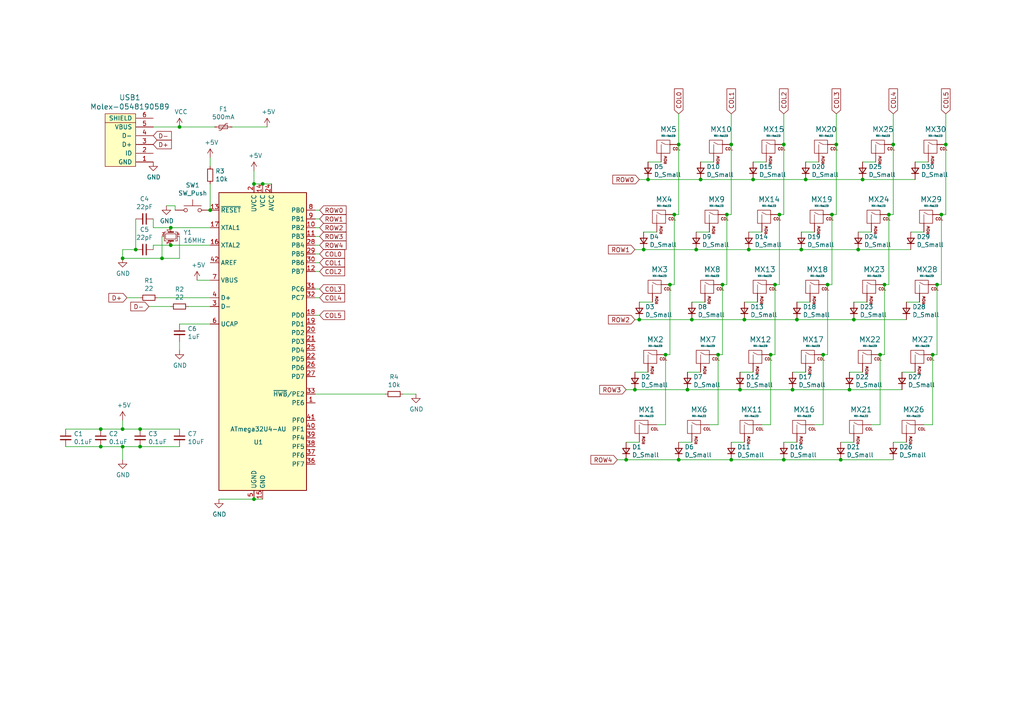
<source format=kicad_sch>
(kicad_sch (version 20211123) (generator eeschema)
  (paper "A4")
  (lib_symbols
    (symbol "Device:C_Small" (pin_numbers hide) (pin_names (offset 0.254) hide)
      (property "Reference" "C" (at 0.254 1.778 0))
      (property "Value" "C_Small" (at 0.254 -2.032 0))
      (symbol "C_Small_0_1"
        (polyline (pts (xy -1.524 -0.508) (xy 1.524 -0.508)) (stroke (width 0.3302)))
        (polyline (pts (xy -1.524 0.508) (xy 1.524 0.508)) (stroke (width 0.3048)))
      )
      (symbol "C_Small_1_1"
        (pin passive line (at 0 2.54 270) (length 2.032) (name "~") (number "1"))
        (pin passive line (at 0 -2.54 90) (length 2.032) (name "~") (number "2"))
      )
    )
    (symbol "Device:Crystal_GND24_Small" (pin_names (offset 1.016) hide)
      (property "Reference" "Y" (at 1.27 4.445 0))
      (property "Value" "Crystal_GND24_Small" (at 1.27 2.54 0))
      (symbol "Crystal_GND24_Small_0_1"
        (rectangle (start -0.762 -1.524) (end 0.762 1.524))
        (polyline (pts (xy -1.27 -0.762) (xy -1.27 0.762)) (stroke (width 0.381)))
        (polyline (pts (xy 1.27 -0.762) (xy 1.27 0.762)) (stroke (width 0.381)))
        (polyline (pts (xy -1.27 -1.27) (xy -1.27 -1.905) (xy 1.27 -1.905) (xy 1.27 -1.27)))
        (polyline (pts (xy -1.27 1.27) (xy -1.27 1.905) (xy 1.27 1.905) (xy 1.27 1.27)))
      )
      (symbol "Crystal_GND24_Small_1_1"
        (pin passive line (at -2.54 0 0) (length 1.27) (name "1") (number "1"))
        (pin passive line (at 0 -2.54 90) (length 0.635) (name "2") (number "2"))
        (pin passive line (at 2.54 0 180) (length 1.27) (name "3") (number "3"))
        (pin passive line (at 0 2.54 270) (length 0.635) (name "4") (number "4"))
      )
    )
    (symbol "Device:D_Small" (pin_numbers hide) (pin_names (offset 0.254) hide)
      (property "Reference" "D" (at -1.27 2.032 0))
      (property "Value" "D_Small" (at -3.81 -2.032 0))
      (symbol "D_Small_0_1"
        (polyline (pts (xy -0.762 -1.016) (xy -0.762 1.016)) (stroke (width 0.254)))
        (polyline (pts (xy -0.762 0) (xy 0.762 0)))
        (polyline (pts (xy 0.762 -1.016) (xy -0.762 0) (xy 0.762 1.016) (xy 0.762 -1.016)) (stroke (width 0.254)))
      )
      (symbol "D_Small_1_1"
        (pin passive line (at -2.54 0 0) (length 1.778) (name "K") (number "1"))
        (pin passive line (at 2.54 0 180) (length 1.778) (name "A") (number "2"))
      )
    )
    (symbol "Device:Polyfuse_Small" (pin_numbers hide) (pin_names (offset 0))
      (property "Reference" "F" (at -1.905 0 90))
      (property "Value" "Polyfuse_Small" (at 1.905 0 90))
      (symbol "Polyfuse_Small_0_1"
        (rectangle (start -0.508 1.27) (end 0.508 -1.27))
        (polyline (pts (xy 0 2.54) (xy 0 -2.54)))
        (polyline (pts (xy -1.016 1.27) (xy -1.016 0.762) (xy 1.016 -0.762) (xy 1.016 -1.27)))
      )
      (symbol "Polyfuse_Small_1_1"
        (pin passive line (at 0 2.54 270) (length 0.635) (name "~") (number "1"))
        (pin passive line (at 0 -2.54 90) (length 0.635) (name "~") (number "2"))
      )
    )
    (symbol "Device:R_Small" (pin_numbers hide) (pin_names (offset 0.254) hide)
      (property "Reference" "R" (at 0.762 0.508 0))
      (property "Value" "R_Small" (at 0.762 -1.016 0))
      (symbol "R_Small_0_1"
        (rectangle (start -0.762 1.778) (end 0.762 -1.778) (stroke (width 0.2032)))
      )
      (symbol "R_Small_1_1"
        (pin passive line (at 0 2.54 270) (length 0.762) (name "~") (number "1"))
        (pin passive line (at 0 -2.54 90) (length 0.762) (name "~") (number "2"))
      )
    )
    (symbol "MX_Alps_Hybrid:MX-NoLED" (pin_names (offset 1.016))
      (property "Reference" "MX" (at -0.635 3.81 0))
      (property "Value" "MX-NoLED" (at -0.635 1.27 0))
      (symbol "MX-NoLED_0_0"
        (rectangle (start -2.54 2.54) (end 1.27 -1.27))
        (polyline (pts (xy -1.27 -1.27) (xy -1.27 1.27)) (stroke (width 0.127)))
        (polyline (pts (xy 1.27 1.27) (xy 0 1.27) (xy -1.27 1.905)) (stroke (width 0.127)))
        (text "COL" (at 3.175 0 0) (effects (font (size 0.762 0.762))))
        (text "ROW" (at 0 -1.905 900) (effects (font (size 0.762 0.762)) (justify right)))
      )
      (symbol "MX-NoLED_1_1"
        (pin passive line (at 3.81 1.27 180) (length 2.54) (name "COL") (number "1"))
        (pin passive line (at -1.27 -3.81 90) (length 2.54) (name "ROW") (number "2"))
      )
    )
    (symbol "Switch:SW_Push" (pin_numbers hide) (pin_names (offset 1.016) hide)
      (property "Reference" "SW" (at 1.27 2.54 0))
      (property "Value" "SW_Push" (at 0 -1.524 0))
      (symbol "SW_Push_0_1"
        (circle (center -2.032 0) (radius 0.508))
        (polyline (pts (xy 0 1.27) (xy 0 3.048)))
        (polyline (pts (xy 2.54 1.27) (xy -2.54 1.27)))
        (circle (center 2.032 0) (radius 0.508))
        (pin passive line (at -5.08 0 0) (length 2.54) (name "1") (number "1"))
        (pin passive line (at 5.08 0 180) (length 2.54) (name "2") (number "2"))
      )
    )
    (symbol "pcb-rescue:ATmega32U4-AU-MCU_Microchip_ATmega"
      (property "Reference" "U" (at -12.7 44.45 0))
      (property "Value" "ATmega32U4-AU-MCU_Microchip_ATmega" (at 2.54 -44.45 0))
      (symbol "ATmega32U4-AU-MCU_Microchip_ATmega_0_1"
        (rectangle (start -12.7 -43.18) (end 12.7 43.18) (stroke (width 0.254)) (fill (type background)))
      )
      (symbol "ATmega32U4-AU-MCU_Microchip_ATmega_1_1"
        (pin tri_state line (at 15.24 -17.78 180) (length 2.54) (name "PE6") (number "1"))
        (pin tri_state line (at 15.24 33.02 180) (length 2.54) (name "PB2") (number "10"))
        (pin tri_state line (at 15.24 30.48 180) (length 2.54) (name "PB3") (number "11"))
        (pin tri_state line (at 15.24 20.32 180) (length 2.54) (name "PB7") (number "12"))
        (pin input line (at -15.24 38.1 0) (length 2.54) (name "~{RESET}") (number "13"))
        (pin power_in line (at 0 45.72 270) (length 2.54) (name "VCC") (number "14"))
        (pin power_in line (at 0 -45.72 90) (length 2.54) (name "GND") (number "15"))
        (pin output line (at -15.24 27.94 0) (length 2.54) (name "XTAL2") (number "16"))
        (pin input line (at -15.24 33.02 0) (length 2.54) (name "XTAL1") (number "17"))
        (pin tri_state line (at 15.24 7.62 180) (length 2.54) (name "PD0") (number "18"))
        (pin tri_state line (at 15.24 5.08 180) (length 2.54) (name "PD1") (number "19"))
        (pin power_in line (at -2.54 45.72 270) (length 2.54) (name "UVCC") (number "2"))
        (pin tri_state line (at 15.24 2.54 180) (length 2.54) (name "PD2") (number "20"))
        (pin tri_state line (at 15.24 0 180) (length 2.54) (name "PD3") (number "21"))
        (pin tri_state line (at 15.24 -5.08 180) (length 2.54) (name "PD5") (number "22"))
        (pin passive line (at 0 -45.72 90) (length 2.54) hide (name "GND") (number "23"))
        (pin power_in line (at 2.54 45.72 270) (length 2.54) (name "AVCC") (number "24"))
        (pin tri_state line (at 15.24 -2.54 180) (length 2.54) (name "PD4") (number "25"))
        (pin tri_state line (at 15.24 -7.62 180) (length 2.54) (name "PD6") (number "26"))
        (pin tri_state line (at 15.24 -10.16 180) (length 2.54) (name "PD7") (number "27"))
        (pin tri_state line (at 15.24 27.94 180) (length 2.54) (name "PB4") (number "28"))
        (pin tri_state line (at 15.24 25.4 180) (length 2.54) (name "PB5") (number "29"))
        (pin bidirectional line (at -15.24 10.16 0) (length 2.54) (name "D-") (number "3"))
        (pin tri_state line (at 15.24 22.86 180) (length 2.54) (name "PB6") (number "30"))
        (pin tri_state line (at 15.24 15.24 180) (length 2.54) (name "PC6") (number "31"))
        (pin tri_state line (at 15.24 12.7 180) (length 2.54) (name "PC7") (number "32"))
        (pin tri_state line (at 15.24 -15.24 180) (length 2.54) (name "~{HWB}/PE2") (number "33"))
        (pin passive line (at 0 45.72 270) (length 2.54) hide (name "VCC") (number "34"))
        (pin passive line (at 0 -45.72 90) (length 2.54) hide (name "GND") (number "35"))
        (pin tri_state line (at 15.24 -35.56 180) (length 2.54) (name "PF7") (number "36"))
        (pin tri_state line (at 15.24 -33.02 180) (length 2.54) (name "PF6") (number "37"))
        (pin tri_state line (at 15.24 -30.48 180) (length 2.54) (name "PF5") (number "38"))
        (pin tri_state line (at 15.24 -27.94 180) (length 2.54) (name "PF4") (number "39"))
        (pin bidirectional line (at -15.24 12.7 0) (length 2.54) (name "D+") (number "4"))
        (pin tri_state line (at 15.24 -25.4 180) (length 2.54) (name "PF1") (number "40"))
        (pin tri_state line (at 15.24 -22.86 180) (length 2.54) (name "PF0") (number "41"))
        (pin passive line (at -15.24 22.86 0) (length 2.54) (name "AREF") (number "42"))
        (pin passive line (at 0 -45.72 90) (length 2.54) hide (name "GND") (number "43"))
        (pin passive line (at 2.54 45.72 270) (length 2.54) hide (name "AVCC") (number "44"))
        (pin passive line (at -2.54 -45.72 90) (length 2.54) (name "UGND") (number "5"))
        (pin passive line (at -15.24 5.08 0) (length 2.54) (name "UCAP") (number "6"))
        (pin input line (at -15.24 17.78 0) (length 2.54) (name "VBUS") (number "7"))
        (pin tri_state line (at 15.24 38.1 180) (length 2.54) (name "PB0") (number "8"))
        (pin tri_state line (at 15.24 35.56 180) (length 2.54) (name "PB1") (number "9"))
      )
    )
    (symbol "power:+5V" (power) (pin_names (offset 0))
      (property "Value" "+5V" (at 0 3.556 0))
      (symbol "+5V_0_1"
        (polyline (pts (xy -0.762 1.27) (xy 0 2.54)))
        (polyline (pts (xy 0 0) (xy 0 2.54)))
        (polyline (pts (xy 0 2.54) (xy 0.762 1.27)))
      )
      (symbol "+5V_1_1"
        (pin power_in line (at 0 0 90) (length 0) hide (name "+5V") (number "1"))
      )
    )
    (symbol "power:GND" (power) (pin_names (offset 0))
      (property "Value" "GND" (at 0 -3.81 0))
      (symbol "GND_0_1"
        (polyline (pts (xy 0 0) (xy 0 -1.27) (xy 1.27 -1.27) (xy 0 -2.54) (xy -1.27 -1.27) (xy 0 -1.27)))
      )
      (symbol "GND_1_1"
        (pin power_in line (at 0 0 270) (length 0) hide (name "GND") (number "1"))
      )
    )
    (symbol "power:VCC" (power) (pin_names (offset 0))
      (property "Value" "VCC" (at 0 3.81 0))
      (symbol "VCC_0_1"
        (polyline (pts (xy -0.762 1.27) (xy 0 2.54)))
        (polyline (pts (xy 0 0) (xy 0 2.54)))
        (polyline (pts (xy 0 2.54) (xy 0.762 1.27)))
      )
      (symbol "VCC_1_1"
        (pin power_in line (at 0 0 90) (length 0) hide (name "VCC") (number "1"))
      )
    )
    (symbol "random-keyboard-parts:Molex-0548190589" (pin_names (offset 1.016))
      (property "Reference" "USB" (at 0 7.62 0))
      (property "Value" "Molex-0548190589" (at 0 10.16 0))
      (symbol "Molex-0548190589_0_0"
        (polyline (pts (xy 6.35 -2.54) (xy 6.35 6.35)))
        (rectangle (start 8.89 -2.54) (end -6.35 6.35) (fill (type background)))
      )
      (symbol "Molex-0548190589_1_1"
        (pin input line (at -5.08 -7.62 90) (length 5.08) (name "GND") (number "1"))
        (pin input line (at -2.54 -7.62 90) (length 5.08) (name "ID") (number "2"))
        (pin input line (at 0 -7.62 90) (length 5.08) (name "D+") (number "3"))
        (pin input line (at 2.54 -7.62 90) (length 5.08) (name "D-") (number "4"))
        (pin input line (at 5.08 -7.62 90) (length 5.08) (name "VBUS") (number "5"))
        (pin input line (at 7.62 -7.62 90) (length 5.08) (name "SHIELD") (number "6"))
      )
    )
  )
  (junction (at 76.2 53.34))
  (junction (at 39.37 72.39))
  (junction (at 232.41 72.39))
  (junction (at 255.27 102.87))
  (junction (at 227.33 133.35))
  (junction (at 270.51 102.87))
  (junction (at 35.56 124.46))
  (junction (at 242.57 41.91))
  (junction (at 199.39 113.03))
  (junction (at 212.09 133.35))
  (junction (at 208.28 102.87))
  (junction (at 226.06 62.23))
  (junction (at 40.64 129.54))
  (junction (at 40.64 124.46))
  (junction (at 241.3 62.23))
  (junction (at 248.92 72.39))
  (junction (at 181.61 133.35))
  (junction (at 212.09 41.91))
  (junction (at 240.03 82.55))
  (junction (at 233.68 52.07))
  (junction (at 250.19 52.07))
  (junction (at 210.82 62.23))
  (junction (at 49.53 66.04))
  (junction (at 184.15 113.03))
  (junction (at 49.53 71.12))
  (junction (at 194.31 82.55))
  (junction (at 227.33 41.91))
  (junction (at 271.78 82.55))
  (junction (at 223.52 102.87))
  (junction (at 218.44 52.07))
  (junction (at 187.96 52.07))
  (junction (at 29.21 129.54))
  (junction (at 52.07 36.83))
  (junction (at 257.81 62.23))
  (junction (at 73.66 53.34))
  (junction (at 215.9 92.71))
  (junction (at 217.17 72.39))
  (junction (at 46.99 74.93))
  (junction (at 201.93 72.39))
  (junction (at 186.69 72.39))
  (junction (at 274.32 41.91))
  (junction (at 203.2 52.07))
  (junction (at 273.05 62.23))
  (junction (at 247.65 92.71))
  (junction (at 60.96 60.96))
  (junction (at 200.66 92.71))
  (junction (at 29.21 124.46))
  (junction (at 243.84 133.35))
  (junction (at 256.54 82.55))
  (junction (at 229.87 113.03))
  (junction (at 35.56 74.93))
  (junction (at 259.08 41.91))
  (junction (at 35.56 129.54))
  (junction (at 214.63 113.03))
  (junction (at 195.58 62.23))
  (junction (at 193.04 102.87))
  (junction (at 73.66 144.78))
  (junction (at 238.76 102.87))
  (junction (at 209.55 82.55))
  (junction (at 231.14 92.71))
  (junction (at 246.38 113.03))
  (junction (at 196.85 41.91))
  (junction (at 196.85 133.35))
  (junction (at 224.79 82.55))
  (junction (at 185.42 92.71))
  (wire (pts (xy 67.31 36.83) (xy 77.47 36.83)))
  (wire (pts (xy 212.09 41.91) (xy 212.09 62.23)))
  (wire (pts (xy 256.54 102.87) (xy 255.27 102.87)))
  (wire (pts (xy 242.57 33.02) (xy 242.57 41.91)))
  (wire (pts (xy 270.51 123.19) (xy 267.97 123.19)))
  (wire (pts (xy 35.56 74.93) (xy 46.99 74.93)))
  (wire (pts (xy 208.28 102.87) (xy 208.28 123.19)))
  (wire (pts (xy 193.04 123.19) (xy 190.5 123.19)))
  (wire (pts (xy 44.45 36.83) (xy 52.07 36.83)))
  (wire (pts (xy 50.8 60.96) (xy 50.8 59.69)))
  (wire (pts (xy 91.44 83.82) (xy 92.71 83.82)))
  (wire (pts (xy 212.09 133.35) (xy 227.33 133.35)))
  (wire (pts (xy 247.65 128.27) (xy 243.84 128.27)))
  (wire (pts (xy 201.93 72.39) (xy 217.17 72.39)))
  (wire (pts (xy 200.66 128.27) (xy 196.85 128.27)))
  (wire (pts (xy 242.57 41.91) (xy 242.57 62.23)))
  (wire (pts (xy 237.49 46.99) (xy 233.68 46.99)))
  (wire (pts (xy 265.43 107.95) (xy 261.62 107.95)))
  (wire (pts (xy 73.66 53.34) (xy 73.66 49.53)))
  (wire (pts (xy 209.55 102.87) (xy 208.28 102.87)))
  (wire (pts (xy 73.66 144.78) (xy 63.5 144.78)))
  (wire (pts (xy 52.07 74.93) (xy 52.07 68.58)))
  (wire (pts (xy 210.82 62.23) (xy 210.82 82.55)))
  (wire (pts (xy 215.9 128.27) (xy 212.09 128.27)))
  (wire (pts (xy 247.65 92.71) (xy 262.89 92.71)))
  (wire (pts (xy 257.81 62.23) (xy 257.81 82.55)))
  (wire (pts (xy 223.52 102.87) (xy 223.52 123.19)))
  (wire (pts (xy 267.97 67.31) (xy 264.16 67.31)))
  (wire (pts (xy 271.78 82.55) (xy 271.78 102.87)))
  (wire (pts (xy 39.37 72.39) (xy 35.56 72.39)))
  (wire (pts (xy 195.58 82.55) (xy 194.31 82.55)))
  (wire (pts (xy 185.42 52.07) (xy 187.96 52.07)))
  (wire (pts (xy 256.54 82.55) (xy 256.54 102.87)))
  (wire (pts (xy 46.99 68.58) (xy 46.99 74.93)))
  (wire (pts (xy 189.23 87.63) (xy 185.42 87.63)))
  (wire (pts (xy 203.2 52.07) (xy 218.44 52.07)))
  (wire (pts (xy 259.08 62.23) (xy 257.81 62.23)))
  (wire (pts (xy 184.15 113.03) (xy 199.39 113.03)))
  (wire (pts (xy 231.14 92.71) (xy 247.65 92.71)))
  (wire (pts (xy 191.77 46.99) (xy 187.96 46.99)))
  (wire (pts (xy 242.57 62.23) (xy 241.3 62.23)))
  (wire (pts (xy 36.83 86.36) (xy 40.64 86.36)))
  (wire (pts (xy 40.64 129.54) (xy 35.56 129.54)))
  (wire (pts (xy 248.92 72.39) (xy 264.16 72.39)))
  (wire (pts (xy 238.76 102.87) (xy 238.76 123.19)))
  (wire (pts (xy 254 46.99) (xy 250.19 46.99)))
  (wire (pts (xy 215.9 92.71) (xy 231.14 92.71)))
  (wire (pts (xy 229.87 113.03) (xy 246.38 113.03)))
  (wire (pts (xy 233.68 52.07) (xy 250.19 52.07)))
  (wire (pts (xy 195.58 62.23) (xy 195.58 82.55)))
  (wire (pts (xy 274.32 33.02) (xy 274.32 41.91)))
  (wire (pts (xy 240.03 82.55) (xy 240.03 102.87)))
  (wire (pts (xy 187.96 107.95) (xy 184.15 107.95)))
  (wire (pts (xy 44.45 71.12) (xy 44.45 72.39)))
  (wire (pts (xy 91.44 73.66) (xy 92.71 73.66)))
  (wire (pts (xy 91.44 66.04) (xy 92.71 66.04)))
  (wire (pts (xy 255.27 123.19) (xy 252.73 123.19)))
  (wire (pts (xy 238.76 123.19) (xy 236.22 123.19)))
  (wire (pts (xy 273.05 82.55) (xy 271.78 82.55)))
  (wire (pts (xy 60.96 48.26) (xy 60.96 45.72)))
  (wire (pts (xy 234.95 87.63) (xy 231.14 87.63)))
  (wire (pts (xy 212.09 33.02) (xy 212.09 41.91)))
  (wire (pts (xy 250.19 52.07) (xy 265.43 52.07)))
  (wire (pts (xy 29.21 124.46) (xy 35.56 124.46)))
  (wire (pts (xy 222.25 46.99) (xy 218.44 46.99)))
  (wire (pts (xy 91.44 60.96) (xy 92.71 60.96)))
  (wire (pts (xy 184.15 72.39) (xy 186.69 72.39)))
  (wire (pts (xy 259.08 33.02) (xy 259.08 41.91)))
  (wire (pts (xy 49.53 66.04) (xy 44.45 66.04)))
  (wire (pts (xy 76.2 144.78) (xy 73.66 144.78)))
  (wire (pts (xy 196.85 33.02) (xy 196.85 41.91)))
  (wire (pts (xy 199.39 113.03) (xy 214.63 113.03)))
  (wire (pts (xy 57.15 81.28) (xy 60.96 81.28)))
  (wire (pts (xy 78.74 53.34) (xy 76.2 53.34)))
  (wire (pts (xy 212.09 62.23) (xy 210.82 62.23)))
  (wire (pts (xy 91.44 68.58) (xy 92.71 68.58)))
  (wire (pts (xy 240.03 102.87) (xy 238.76 102.87)))
  (wire (pts (xy 232.41 72.39) (xy 248.92 72.39)))
  (wire (pts (xy 91.44 78.74) (xy 92.71 78.74)))
  (wire (pts (xy 73.66 53.34) (xy 76.2 53.34)))
  (wire (pts (xy 236.22 67.31) (xy 232.41 67.31)))
  (wire (pts (xy 205.74 67.31) (xy 201.93 67.31)))
  (wire (pts (xy 52.07 36.83) (xy 62.23 36.83)))
  (wire (pts (xy 91.44 86.36) (xy 92.71 86.36)))
  (wire (pts (xy 227.33 33.02) (xy 227.33 41.91)))
  (wire (pts (xy 60.96 71.12) (xy 49.53 71.12)))
  (wire (pts (xy 274.32 62.23) (xy 273.05 62.23)))
  (wire (pts (xy 116.84 114.3) (xy 120.65 114.3)))
  (wire (pts (xy 196.85 62.23) (xy 195.58 62.23)))
  (wire (pts (xy 181.61 113.03) (xy 184.15 113.03)))
  (wire (pts (xy 60.96 93.98) (xy 52.07 93.98)))
  (wire (pts (xy 246.38 113.03) (xy 261.62 113.03)))
  (wire (pts (xy 243.84 133.35) (xy 259.08 133.35)))
  (wire (pts (xy 266.7 87.63) (xy 262.89 87.63)))
  (wire (pts (xy 179.07 133.35) (xy 181.61 133.35)))
  (wire (pts (xy 214.63 113.03) (xy 229.87 113.03)))
  (wire (pts (xy 60.96 60.96) (xy 60.96 53.34)))
  (wire (pts (xy 50.8 59.69) (xy 48.26 59.69)))
  (wire (pts (xy 241.3 82.55) (xy 240.03 82.55)))
  (wire (pts (xy 194.31 82.55) (xy 194.31 102.87)))
  (wire (pts (xy 209.55 82.55) (xy 209.55 102.87)))
  (wire (pts (xy 233.68 52.07) (xy 218.44 52.07)))
  (wire (pts (xy 241.3 62.23) (xy 241.3 82.55)))
  (wire (pts (xy 185.42 92.71) (xy 200.66 92.71)))
  (wire (pts (xy 52.07 99.06) (xy 52.07 101.6)))
  (wire (pts (xy 46.99 74.93) (xy 52.07 74.93)))
  (wire (pts (xy 91.44 114.3) (xy 111.76 114.3)))
  (wire (pts (xy 52.07 129.54) (xy 40.64 129.54)))
  (wire (pts (xy 219.71 87.63) (xy 215.9 87.63)))
  (wire (pts (xy 208.28 123.19) (xy 205.74 123.19)))
  (wire (pts (xy 274.32 41.91) (xy 274.32 62.23)))
  (wire (pts (xy 210.82 82.55) (xy 209.55 82.55)))
  (wire (pts (xy 184.15 92.71) (xy 185.42 92.71)))
  (wire (pts (xy 185.42 128.27) (xy 181.61 128.27)))
  (wire (pts (xy 257.81 82.55) (xy 256.54 82.55)))
  (wire (pts (xy 29.21 129.54) (xy 19.05 129.54)))
  (wire (pts (xy 35.56 124.46) (xy 40.64 124.46)))
  (wire (pts (xy 224.79 82.55) (xy 224.79 102.87)))
  (wire (pts (xy 91.44 71.12) (xy 92.71 71.12)))
  (wire (pts (xy 186.69 72.39) (xy 201.93 72.39)))
  (wire (pts (xy 91.44 63.5) (xy 92.71 63.5)))
  (wire (pts (xy 196.85 41.91) (xy 196.85 62.23)))
  (wire (pts (xy 60.96 66.04) (xy 49.53 66.04)))
  (wire (pts (xy 43.18 88.9) (xy 49.53 88.9)))
  (wire (pts (xy 35.56 72.39) (xy 35.56 74.93)))
  (wire (pts (xy 252.73 67.31) (xy 248.92 67.31)))
  (wire (pts (xy 35.56 129.54) (xy 35.56 133.35)))
  (wire (pts (xy 224.79 102.87) (xy 223.52 102.87)))
  (wire (pts (xy 231.14 128.27) (xy 227.33 128.27)))
  (wire (pts (xy 19.05 124.46) (xy 29.21 124.46)))
  (wire (pts (xy 227.33 133.35) (xy 243.84 133.35)))
  (wire (pts (xy 194.31 102.87) (xy 193.04 102.87)))
  (wire (pts (xy 250.19 107.95) (xy 246.38 107.95)))
  (wire (pts (xy 35.56 129.54) (xy 29.21 129.54)))
  (wire (pts (xy 227.33 41.91) (xy 227.33 62.23)))
  (wire (pts (xy 44.45 66.04) (xy 44.45 63.5)))
  (wire (pts (xy 259.08 41.91) (xy 259.08 62.23)))
  (wire (pts (xy 49.53 71.12) (xy 44.45 71.12)))
  (wire (pts (xy 203.2 107.95) (xy 199.39 107.95)))
  (wire (pts (xy 91.44 91.44) (xy 92.71 91.44)))
  (wire (pts (xy 226.06 62.23) (xy 226.06 82.55)))
  (wire (pts (xy 40.64 124.46) (xy 52.07 124.46)))
  (wire (pts (xy 193.04 102.87) (xy 193.04 123.19)))
  (wire (pts (xy 270.51 102.87) (xy 270.51 123.19)))
  (wire (pts (xy 190.5 67.31) (xy 186.69 67.31)))
  (wire (pts (xy 220.98 67.31) (xy 217.17 67.31)))
  (wire (pts (xy 45.72 86.36) (xy 60.96 86.36)))
  (wire (pts (xy 181.61 133.35) (xy 196.85 133.35)))
  (wire (pts (xy 227.33 62.23) (xy 226.06 62.23)))
  (wire (pts (xy 207.01 46.99) (xy 203.2 46.99)))
  (wire (pts (xy 200.66 92.71) (xy 215.9 92.71)))
  (wire (pts (xy 226.06 82.55) (xy 224.79 82.55)))
  (wire (pts (xy 223.52 123.19) (xy 220.98 123.19)))
  (wire (pts (xy 91.44 76.2) (xy 92.71 76.2)))
  (wire (pts (xy 204.47 87.63) (xy 200.66 87.63)))
  (wire (pts (xy 196.85 133.35) (xy 212.09 133.35)))
  (wire (pts (xy 35.56 124.46) (xy 35.56 121.92)))
  (wire (pts (xy 217.17 72.39) (xy 232.41 72.39)))
  (wire (pts (xy 269.24 46.99) (xy 265.43 46.99)))
  (wire (pts (xy 187.96 52.07) (xy 203.2 52.07)))
  (wire (pts (xy 251.46 87.63) (xy 247.65 87.63)))
  (wire (pts (xy 233.68 107.95) (xy 229.87 107.95)))
  (wire (pts (xy 262.89 128.27) (xy 259.08 128.27)))
  (wire (pts (xy 60.96 88.9) (xy 54.61 88.9)))
  (wire (pts (xy 39.37 63.5) (xy 39.37 72.39)))
  (wire (pts (xy 218.44 107.95) (xy 214.63 107.95)))
  (wire (pts (xy 273.05 62.23) (xy 273.05 82.55)))
  (wire (pts (xy 255.27 102.87) (xy 255.27 123.19)))
  (wire (pts (xy 271.78 102.87) (xy 270.51 102.87)))
  (global_label "COL2" (shape input) (at 92.71 78.74 0) (property "Intersheet References" "${INTERSHEET_REFS}" (effects hide)))
  (global_label "ROW1" (shape input) (at 184.15 72.39 180) (property "Intersheet References" "${INTERSHEET_REFS}" (effects hide)))
  (global_label "D-" (shape input) (at 43.18 88.9 180) (property "Intersheet References" "${INTERSHEET_REFS}" (effects hide)))
  (global_label "COL2" (shape input) (at 227.33 33.02 90) (property "Intersheet References" "${INTERSHEET_REFS}" (effects hide)))
  (global_label "COL5" (shape input) (at 274.32 33.02 90) (property "Intersheet References" "${INTERSHEET_REFS}" (effects hide)))
  (global_label "ROW3" (shape input) (at 92.71 68.58 0) (property "Intersheet References" "${INTERSHEET_REFS}" (effects hide)))
  (global_label "D+" (shape input) (at 44.45 41.91 0) (property "Intersheet References" "${INTERSHEET_REFS}" (effects hide)))
  (global_label "ROW0" (shape input) (at 92.71 60.96 0) (property "Intersheet References" "${INTERSHEET_REFS}" (effects hide)))
  (global_label "ROW1" (shape input) (at 92.71 63.5 0) (property "Intersheet References" "${INTERSHEET_REFS}" (effects hide)))
  (global_label "ROW2" (shape input) (at 184.15 92.71 180) (property "Intersheet References" "${INTERSHEET_REFS}" (effects hide)))
  (global_label "D-" (shape input) (at 44.45 39.37 0) (property "Intersheet References" "${INTERSHEET_REFS}" (effects hide)))
  (global_label "COL4" (shape input) (at 259.08 33.02 90) (property "Intersheet References" "${INTERSHEET_REFS}" (effects hide)))
  (global_label "ROW4" (shape input) (at 179.07 133.35 180) (property "Intersheet References" "${INTERSHEET_REFS}" (effects hide)))
  (global_label "D+" (shape input) (at 36.83 86.36 180) (property "Intersheet References" "${INTERSHEET_REFS}" (effects hide)))
  (global_label "ROW2" (shape input) (at 92.71 66.04 0) (property "Intersheet References" "${INTERSHEET_REFS}" (effects hide)))
  (global_label "COL4" (shape input) (at 92.71 86.36 0) (property "Intersheet References" "${INTERSHEET_REFS}" (effects hide)))
  (global_label "COL3" (shape input) (at 242.57 33.02 90) (property "Intersheet References" "${INTERSHEET_REFS}" (effects hide)))
  (global_label "COL1" (shape input) (at 92.71 76.2 0) (property "Intersheet References" "${INTERSHEET_REFS}" (effects hide)))
  (global_label "COL0" (shape input) (at 92.71 73.66 0) (property "Intersheet References" "${INTERSHEET_REFS}" (effects hide)))
  (global_label "COL1" (shape input) (at 212.09 33.02 90) (property "Intersheet References" "${INTERSHEET_REFS}" (effects hide)))
  (global_label "COL5" (shape input) (at 92.71 91.44 0) (property "Intersheet References" "${INTERSHEET_REFS}" (effects hide)))
  (global_label "COL0" (shape input) (at 196.85 33.02 90) (property "Intersheet References" "${INTERSHEET_REFS}" (effects hide)))
  (global_label "ROW3" (shape input) (at 181.61 113.03 180) (property "Intersheet References" "${INTERSHEET_REFS}" (effects hide)))
  (global_label "ROW0" (shape input) (at 185.42 52.07 180) (property "Intersheet References" "${INTERSHEET_REFS}" (effects hide)))
  (global_label "ROW4" (shape input) (at 92.71 71.12 0) (property "Intersheet References" "${INTERSHEET_REFS}" (effects hide)))
  (global_label "COL3" (shape input) (at 92.71 83.82 0) (property "Intersheet References" "${INTERSHEET_REFS}" (effects hide)))
  (symbol (lib_id "pcb-rescue:ATmega32U4-AU-MCU_Microchip_ATmega") (at 76.2 99.06 0) (unit 1)
    (property "Reference" "U1" (at 74.93 128.27 0))
    (property "Value" "ATmega32U4-AU" (at 74.93 124.46 0))
    (property "Footprint" "Package_QFP:TQFP-44_10x10mm_P0.8mm" (effects hide))
    (property "Datasheet" "http://ww1.microchip.com/downloads/en/DeviceDoc/Atmel-7766-8-bit-AVR-ATmega16U4-32U4_Datasheet.pdf" (effects hide))
  )
  (symbol (lib_id "power:+5V") (at 73.66 49.53 0) (unit 1)
    (property "Reference" "#PWR0101" (effects hide))
    (property "Value" "+5V" (at 74.041 45.1358 0))
  )
  (symbol (lib_id "power:GND") (at 63.5 144.78 0) (unit 1)
    (property "Reference" "#PWR0102" (effects hide))
    (property "Value" "GND" (at 63.627 149.1742 0))
  )
  (symbol (lib_id "Device:R_Small") (at 114.3 114.3 270) (unit 1)
    (property "Reference" "R4" (at 114.3 109.3216 90))
    (property "Value" "10k" (at 114.3 111.633 90))
    (property "Footprint" "Resistor_SMD:R_0805_2012Metric" (effects hide))
  )
  (symbol (lib_id "power:GND") (at 120.65 114.3 0) (unit 1)
    (property "Reference" "#PWR0103" (effects hide))
    (property "Value" "GND" (at 120.777 118.6942 0))
  )
  (symbol (lib_id "Device:R_Small") (at 43.18 86.36 270) (unit 1)
    (property "Reference" "R1" (at 43.18 81.3816 90))
    (property "Value" "22" (at 43.18 83.693 90))
    (property "Footprint" "Resistor_SMD:R_0805_2012Metric" (effects hide))
  )
  (symbol (lib_id "Device:R_Small") (at 52.07 88.9 270) (unit 1)
    (property "Reference" "R2" (at 52.07 83.9216 90))
    (property "Value" "22" (at 52.07 86.233 90))
    (property "Footprint" "Resistor_SMD:R_0805_2012Metric" (effects hide))
  )
  (symbol (lib_id "Device:C_Small") (at 52.07 96.52 0) (unit 1)
    (property "Reference" "C6" (at 54.4068 95.3516 0) (effects (justify left)))
    (property "Value" "1uF" (at 54.4068 97.663 0) (effects (justify left)))
    (property "Footprint" "Capacitor_SMD:C_0805_2012Metric" (effects hide))
  )
  (symbol (lib_id "power:GND") (at 52.07 101.6 0) (unit 1)
    (property "Reference" "#PWR0104" (effects hide))
    (property "Value" "GND" (at 52.197 105.9942 0))
  )
  (symbol (lib_id "Device:C_Small") (at 19.05 127 0) (unit 1)
    (property "Reference" "C1" (at 21.3868 125.8316 0) (effects (justify left)))
    (property "Value" "0.1uF" (at 21.3868 128.143 0) (effects (justify left)))
    (property "Footprint" "Capacitor_SMD:C_0805_2012Metric" (effects hide))
  )
  (symbol (lib_id "Device:C_Small") (at 29.21 127 0) (unit 1)
    (property "Reference" "C2" (at 31.5468 125.8316 0) (effects (justify left)))
    (property "Value" "0.1uF" (at 31.5468 128.143 0) (effects (justify left)))
    (property "Footprint" "Capacitor_SMD:C_0805_2012Metric" (effects hide))
  )
  (symbol (lib_id "Device:C_Small") (at 40.64 127 0) (unit 1)
    (property "Reference" "C3" (at 42.9768 125.8316 0) (effects (justify left)))
    (property "Value" "0.1uF" (at 42.9768 128.143 0) (effects (justify left)))
    (property "Footprint" "Capacitor_SMD:C_0805_2012Metric" (effects hide))
  )
  (symbol (lib_id "Device:C_Small") (at 52.07 127 0) (unit 1)
    (property "Reference" "C7" (at 54.4068 125.8316 0) (effects (justify left)))
    (property "Value" "10uF" (at 54.4068 128.143 0) (effects (justify left)))
    (property "Footprint" "Capacitor_SMD:C_0805_2012Metric" (effects hide))
  )
  (symbol (lib_id "power:+5V") (at 35.56 121.92 0) (unit 1)
    (property "Reference" "#PWR0105" (effects hide))
    (property "Value" "+5V" (at 35.941 117.5258 0))
  )
  (symbol (lib_id "power:GND") (at 35.56 133.35 0) (unit 1)
    (property "Reference" "#PWR0106" (effects hide))
    (property "Value" "GND" (at 35.687 137.7442 0))
  )
  (symbol (lib_id "power:+5V") (at 57.15 81.28 0) (unit 1)
    (property "Reference" "#PWR0107" (effects hide))
    (property "Value" "+5V" (at 57.531 76.8858 0))
  )
  (symbol (lib_id "Device:Crystal_GND24_Small") (at 49.53 68.58 270) (unit 1)
    (property "Reference" "Y1" (at 53.1876 67.4116 90) (effects (justify left)))
    (property "Value" "16MHz" (at 53.1876 69.723 90) (effects (justify left)))
    (property "Footprint" "Crystal:Crystal_SMD_3225-4Pin_3.2x2.5mm" (effects hide))
  )
  (symbol (lib_id "Device:C_Small") (at 41.91 63.5 270) (unit 1)
    (property "Reference" "C4" (at 41.91 57.6834 90))
    (property "Value" "22pF" (at 41.91 59.9948 90))
    (property "Footprint" "Capacitor_SMD:C_0805_2012Metric" (effects hide))
  )
  (symbol (lib_id "Device:C_Small") (at 41.91 72.39 270) (unit 1)
    (property "Reference" "C5" (at 41.91 66.5734 90))
    (property "Value" "22pF" (at 41.91 68.8848 90))
    (property "Footprint" "Capacitor_SMD:C_0805_2012Metric" (effects hide))
  )
  (symbol (lib_id "power:GND") (at 35.56 74.93 0) (unit 1)
    (property "Reference" "#PWR0108" (effects hide))
    (property "Value" "GND" (at 35.687 79.3242 0))
  )
  (symbol (lib_id "random-keyboard-parts:Molex-0548190589") (at 36.83 41.91 90) (unit 1)
    (property "Reference" "USB1" (at 37.6682 28.2702 90) (effects (font (size 1.524 1.524))))
    (property "Value" "Molex-0548190589" (at 37.6682 30.9626 90) (effects (font (size 1.524 1.524))))
    (property "Footprint" "random-keyboard-parts:Molex-0548190589" (effects hide))
  )
  (symbol (lib_id "power:VCC") (at 52.07 36.83 0) (unit 1)
    (property "Reference" "#PWR0111" (effects hide))
    (property "Value" "VCC" (at 52.5018 32.4358 0))
  )
  (symbol (lib_id "Device:Polyfuse_Small") (at 64.77 36.83 270) (unit 1)
    (property "Reference" "F1" (at 64.77 31.623 90))
    (property "Value" "500mA" (at 64.77 33.9344 90))
    (property "Footprint" "Fuse:Fuse_1206_3216Metric" (effects hide))
  )
  (symbol (lib_id "power:+5V") (at 77.47 36.83 0) (unit 1)
    (property "Reference" "#PWR0112" (effects hide))
    (property "Value" "+5V" (at 77.851 32.4358 0))
  )
  (symbol (lib_id "power:GND") (at 48.26 59.69 0) (unit 1)
    (property "Reference" "#PWR0109" (effects hide))
    (property "Value" "GND" (at 48.387 64.0842 0))
  )
  (symbol (lib_id "Switch:SW_Push") (at 55.88 60.96 0) (unit 1)
    (property "Reference" "SW1" (at 55.88 53.721 0))
    (property "Value" "SW_Push" (at 55.88 56.0324 0))
    (property "Footprint" "random-keyboard-parts:SKQG-1155865" (effects hide))
  )
  (symbol (lib_id "power:GND") (at 44.45 46.99 0) (unit 1)
    (property "Reference" "#PWR0113" (effects hide))
    (property "Value" "GND" (at 44.577 51.3842 0))
  )
  (symbol (lib_id "Device:R_Small") (at 60.96 50.8 0) (unit 1)
    (property "Reference" "R3" (at 62.4586 49.6316 0) (effects (justify left)))
    (property "Value" "10k" (at 62.4586 51.943 0) (effects (justify left)))
    (property "Footprint" "Resistor_SMD:R_0805_2012Metric" (effects hide))
  )
  (symbol (lib_id "power:+5V") (at 60.96 45.72 0) (unit 1)
    (property "Reference" "#PWR0110" (effects hide))
    (property "Value" "+5V" (at 61.341 41.3258 0))
  )
  (symbol (lib_id "MX_Alps_Hybrid:MX-NoLED") (at 193.04 43.18 0) (unit 1)
    (property "Reference" "MX5" (at 193.8782 37.5158 0) (effects (font (size 1.524 1.524))))
    (property "Value" "MX-NoLED" (at 193.8782 39.3954 0) (effects (font (size 0.508 0.508))))
    (property "Footprint" "MX_Alps_Hybrid_Included:MX-1U-NoLED" (effects hide))
  )
  (symbol (lib_id "Device:D_Small") (at 187.96 49.53 90) (unit 1)
    (property "Reference" "D5" (at 189.6872 48.3616 90) (effects (justify right)))
    (property "Value" "D_Small" (at 189.6872 50.673 90) (effects (justify right)))
    (property "Footprint" "Diode_SMD:D_SOD-123" (effects hide))
  )
  (symbol (lib_id "MX_Alps_Hybrid:MX-NoLED") (at 191.77 63.5 0) (unit 1)
    (property "Reference" "MX4" (at 192.6082 57.8358 0) (effects (font (size 1.524 1.524))))
    (property "Value" "MX-NoLED" (at 192.6082 59.7154 0) (effects (font (size 0.508 0.508))))
    (property "Footprint" "MX_Alps_Hybrid_Included:MX-1.5U-NoLED" (effects hide))
  )
  (symbol (lib_id "Device:D_Small") (at 186.69 69.85 90) (unit 1)
    (property "Reference" "D4" (at 188.4172 68.6816 90) (effects (justify right)))
    (property "Value" "D_Small" (at 188.4172 70.993 90) (effects (justify right)))
    (property "Footprint" "Diode_SMD:D_SOD-123" (effects hide))
  )
  (symbol (lib_id "MX_Alps_Hybrid:MX-NoLED") (at 190.5 83.82 0) (unit 1)
    (property "Reference" "MX3" (at 191.3382 78.1558 0) (effects (font (size 1.524 1.524))))
    (property "Value" "MX-NoLED" (at 191.3382 80.0354 0) (effects (font (size 0.508 0.508))))
    (property "Footprint" "MX_Alps_Hybrid_Included:MX-1.75U-NoLED" (effects hide))
  )
  (symbol (lib_id "Device:D_Small") (at 185.42 90.17 90) (unit 1)
    (property "Reference" "D3" (at 187.1472 89.0016 90) (effects (justify right)))
    (property "Value" "D_Small" (at 187.1472 91.313 90) (effects (justify right)))
    (property "Footprint" "Diode_SMD:D_SOD-123" (effects hide))
  )
  (symbol (lib_id "MX_Alps_Hybrid:MX-NoLED") (at 189.23 104.14 0) (unit 1)
    (property "Reference" "MX2" (at 190.0682 98.4758 0) (effects (font (size 1.524 1.524))))
    (property "Value" "MX-NoLED" (at 190.0682 100.3554 0) (effects (font (size 0.508 0.508))))
    (property "Footprint" "MX_Alps_Hybrid_Included:MX-2U-NoLED" (effects hide))
  )
  (symbol (lib_id "Device:D_Small") (at 184.15 110.49 90) (unit 1)
    (property "Reference" "D2" (at 185.8772 109.3216 90) (effects (justify right)))
    (property "Value" "D_Small" (at 185.8772 111.633 90) (effects (justify right)))
    (property "Footprint" "Diode_SMD:D_SOD-123" (effects hide))
  )
  (symbol (lib_id "MX_Alps_Hybrid:MX-NoLED") (at 186.69 124.46 0) (unit 1)
    (property "Reference" "MX1" (at 187.5282 118.7958 0) (effects (font (size 1.524 1.524))))
    (property "Value" "MX-NoLED" (at 187.5282 120.6754 0) (effects (font (size 0.508 0.508))))
    (property "Footprint" "MX_Alps_Hybrid_Included:MX-1U-NoLED" (effects hide))
  )
  (symbol (lib_id "Device:D_Small") (at 181.61 130.81 90) (unit 1)
    (property "Reference" "D1" (at 183.3372 129.6416 90) (effects (justify right)))
    (property "Value" "D_Small" (at 183.3372 131.953 90) (effects (justify right)))
    (property "Footprint" "Diode_SMD:D_SOD-123" (effects hide))
  )
  (symbol (lib_id "MX_Alps_Hybrid:MX-NoLED") (at 208.28 43.18 0) (unit 1)
    (property "Reference" "MX10" (at 209.1182 37.5158 0) (effects (font (size 1.524 1.524))))
    (property "Value" "MX-NoLED" (at 209.1182 39.3954 0) (effects (font (size 0.508 0.508))))
    (property "Footprint" "MX_Alps_Hybrid_Included:MX-1U-NoLED" (effects hide))
  )
  (symbol (lib_id "Device:D_Small") (at 203.2 49.53 90) (unit 1)
    (property "Reference" "D10" (at 204.9272 48.3616 90) (effects (justify right)))
    (property "Value" "D_Small" (at 204.9272 50.673 90) (effects (justify right)))
    (property "Footprint" "Diode_SMD:D_SOD-123" (effects hide))
  )
  (symbol (lib_id "MX_Alps_Hybrid:MX-NoLED") (at 207.01 63.5 0) (unit 1)
    (property "Reference" "MX9" (at 207.8482 57.8358 0) (effects (font (size 1.524 1.524))))
    (property "Value" "MX-NoLED" (at 207.8482 59.7154 0) (effects (font (size 0.508 0.508))))
    (property "Footprint" "MX_Alps_Hybrid_Included:MX-1U-NoLED" (effects hide))
  )
  (symbol (lib_id "Device:D_Small") (at 201.93 69.85 90) (unit 1)
    (property "Reference" "D9" (at 203.6572 68.6816 90) (effects (justify right)))
    (property "Value" "D_Small" (at 203.6572 70.993 90) (effects (justify right)))
    (property "Footprint" "Diode_SMD:D_SOD-123" (effects hide))
  )
  (symbol (lib_id "MX_Alps_Hybrid:MX-NoLED") (at 205.74 83.82 0) (unit 1)
    (property "Reference" "MX8" (at 206.5782 78.1558 0) (effects (font (size 1.524 1.524))))
    (property "Value" "MX-NoLED" (at 206.5782 80.0354 0) (effects (font (size 0.508 0.508))))
    (property "Footprint" "MX_Alps_Hybrid_Included:MX-1U-NoLED" (effects hide))
  )
  (symbol (lib_id "Device:D_Small") (at 200.66 90.17 90) (unit 1)
    (property "Reference" "D8" (at 202.3872 89.0016 90) (effects (justify right)))
    (property "Value" "D_Small" (at 202.3872 91.313 90) (effects (justify right)))
    (property "Footprint" "Diode_SMD:D_SOD-123" (effects hide))
  )
  (symbol (lib_id "MX_Alps_Hybrid:MX-NoLED") (at 204.47 104.14 0) (unit 1)
    (property "Reference" "MX7" (at 205.3082 98.4758 0) (effects (font (size 1.524 1.524))))
    (property "Value" "MX-NoLED" (at 205.3082 100.3554 0) (effects (font (size 0.508 0.508))))
    (property "Footprint" "MX_Alps_Hybrid_Included:MX-1U-NoLED" (effects hide))
  )
  (symbol (lib_id "Device:D_Small") (at 199.39 110.49 90) (unit 1)
    (property "Reference" "D7" (at 201.1172 109.3216 90) (effects (justify right)))
    (property "Value" "D_Small" (at 201.1172 111.633 90) (effects (justify right)))
    (property "Footprint" "Diode_SMD:D_SOD-123" (effects hide))
  )
  (symbol (lib_id "MX_Alps_Hybrid:MX-NoLED") (at 201.93 124.46 0) (unit 1)
    (property "Reference" "MX6" (at 202.7682 118.7958 0) (effects (font (size 1.524 1.524))))
    (property "Value" "MX-NoLED" (at 202.7682 120.6754 0) (effects (font (size 0.508 0.508))))
    (property "Footprint" "MX_Alps_Hybrid_Included:MX-1U-NoLED" (effects hide))
  )
  (symbol (lib_id "Device:D_Small") (at 196.85 130.81 90) (unit 1)
    (property "Reference" "D6" (at 198.5772 129.6416 90) (effects (justify right)))
    (property "Value" "D_Small" (at 198.5772 131.953 90) (effects (justify right)))
    (property "Footprint" "Diode_SMD:D_SOD-123" (effects hide))
  )
  (symbol (lib_id "MX_Alps_Hybrid:MX-NoLED") (at 223.52 43.18 0) (unit 1)
    (property "Reference" "MX15" (at 224.3582 37.5158 0) (effects (font (size 1.524 1.524))))
    (property "Value" "MX-NoLED" (at 224.3582 39.3954 0) (effects (font (size 0.508 0.508))))
    (property "Footprint" "MX_Alps_Hybrid_Included:MX-1U-NoLED" (effects hide))
  )
  (symbol (lib_id "Device:D_Small") (at 218.44 49.53 90) (unit 1)
    (property "Reference" "D15" (at 220.1672 48.3616 90) (effects (justify right)))
    (property "Value" "D_Small" (at 220.1672 50.673 90) (effects (justify right)))
    (property "Footprint" "Diode_SMD:D_SOD-123" (effects hide))
  )
  (symbol (lib_id "MX_Alps_Hybrid:MX-NoLED") (at 222.25 63.5 0) (unit 1)
    (property "Reference" "MX14" (at 223.0882 57.8358 0) (effects (font (size 1.524 1.524))))
    (property "Value" "MX-NoLED" (at 223.0882 59.7154 0) (effects (font (size 0.508 0.508))))
    (property "Footprint" "MX_Alps_Hybrid_Included:MX-1U-NoLED" (effects hide))
  )
  (symbol (lib_id "Device:D_Small") (at 217.17 69.85 90) (unit 1)
    (property "Reference" "D14" (at 218.8972 68.6816 90) (effects (justify right)))
    (property "Value" "D_Small" (at 218.8972 70.993 90) (effects (justify right)))
    (property "Footprint" "Diode_SMD:D_SOD-123" (effects hide))
  )
  (symbol (lib_id "MX_Alps_Hybrid:MX-NoLED") (at 220.98 83.82 0) (unit 1)
    (property "Reference" "MX13" (at 221.8182 78.1558 0) (effects (font (size 1.524 1.524))))
    (property "Value" "MX-NoLED" (at 221.8182 80.0354 0) (effects (font (size 0.508 0.508))))
    (property "Footprint" "MX_Alps_Hybrid_Included:MX-1U-NoLED" (effects hide))
  )
  (symbol (lib_id "Device:D_Small") (at 215.9 90.17 90) (unit 1)
    (property "Reference" "D13" (at 217.6272 89.0016 90) (effects (justify right)))
    (property "Value" "D_Small" (at 217.6272 91.313 90) (effects (justify right)))
    (property "Footprint" "Diode_SMD:D_SOD-123" (effects hide))
  )
  (symbol (lib_id "MX_Alps_Hybrid:MX-NoLED") (at 219.71 104.14 0) (unit 1)
    (property "Reference" "MX12" (at 220.5482 98.4758 0) (effects (font (size 1.524 1.524))))
    (property "Value" "MX-NoLED" (at 220.5482 100.3554 0) (effects (font (size 0.508 0.508))))
    (property "Footprint" "MX_Alps_Hybrid_Included:MX-1U-NoLED" (effects hide))
  )
  (symbol (lib_id "Device:D_Small") (at 214.63 110.49 90) (unit 1)
    (property "Reference" "D12" (at 216.3572 109.3216 90) (effects (justify right)))
    (property "Value" "D_Small" (at 216.3572 111.633 90) (effects (justify right)))
    (property "Footprint" "Diode_SMD:D_SOD-123" (effects hide))
  )
  (symbol (lib_id "MX_Alps_Hybrid:MX-NoLED") (at 217.17 124.46 0) (unit 1)
    (property "Reference" "MX11" (at 218.0082 118.7958 0) (effects (font (size 1.524 1.524))))
    (property "Value" "MX-NoLED" (at 218.0082 120.6754 0) (effects (font (size 0.508 0.508))))
    (property "Footprint" "MX_Alps_Hybrid_Included:MX-1U-NoLED" (effects hide))
  )
  (symbol (lib_id "Device:D_Small") (at 212.09 130.81 90) (unit 1)
    (property "Reference" "D11" (at 213.8172 129.6416 90) (effects (justify right)))
    (property "Value" "D_Small" (at 213.8172 131.953 90) (effects (justify right)))
    (property "Footprint" "Diode_SMD:D_SOD-123" (effects hide))
  )
  (symbol (lib_id "MX_Alps_Hybrid:MX-NoLED") (at 238.76 43.18 0) (unit 1)
    (property "Reference" "MX20" (at 239.5982 37.5158 0) (effects (font (size 1.524 1.524))))
    (property "Value" "MX-NoLED" (at 239.5982 39.3954 0) (effects (font (size 0.508 0.508))))
    (property "Footprint" "MX_Alps_Hybrid_Included:MX-1U-NoLED" (effects hide))
  )
  (symbol (lib_id "Device:D_Small") (at 233.68 49.53 90) (unit 1)
    (property "Reference" "D20" (at 235.4072 48.3616 90) (effects (justify right)))
    (property "Value" "D_Small" (at 235.4072 50.673 90) (effects (justify right)))
    (property "Footprint" "Diode_SMD:D_SOD-123" (effects hide))
  )
  (symbol (lib_id "MX_Alps_Hybrid:MX-NoLED") (at 237.49 63.5 0) (unit 1)
    (property "Reference" "MX19" (at 238.3282 57.8358 0) (effects (font (size 1.524 1.524))))
    (property "Value" "MX-NoLED" (at 238.3282 59.7154 0) (effects (font (size 0.508 0.508))))
    (property "Footprint" "MX_Alps_Hybrid_Included:MX-1U-NoLED" (effects hide))
  )
  (symbol (lib_id "Device:D_Small") (at 232.41 69.85 90) (unit 1)
    (property "Reference" "D19" (at 234.1372 68.6816 90) (effects (justify right)))
    (property "Value" "D_Small" (at 234.1372 70.993 90) (effects (justify right)))
    (property "Footprint" "Diode_SMD:D_SOD-123" (effects hide))
  )
  (symbol (lib_id "MX_Alps_Hybrid:MX-NoLED") (at 236.22 83.82 0) (unit 1)
    (property "Reference" "MX18" (at 237.0582 78.1558 0) (effects (font (size 1.524 1.524))))
    (property "Value" "MX-NoLED" (at 237.0582 80.0354 0) (effects (font (size 0.508 0.508))))
    (property "Footprint" "MX_Alps_Hybrid_Included:MX-1U-NoLED" (effects hide))
  )
  (symbol (lib_id "Device:D_Small") (at 231.14 90.17 90) (unit 1)
    (property "Reference" "D18" (at 232.8672 89.0016 90) (effects (justify right)))
    (property "Value" "D_Small" (at 232.8672 91.313 90) (effects (justify right)))
    (property "Footprint" "Diode_SMD:D_SOD-123" (effects hide))
  )
  (symbol (lib_id "MX_Alps_Hybrid:MX-NoLED") (at 234.95 104.14 0) (unit 1)
    (property "Reference" "MX17" (at 235.7882 98.4758 0) (effects (font (size 1.524 1.524))))
    (property "Value" "MX-NoLED" (at 235.7882 100.3554 0) (effects (font (size 0.508 0.508))))
    (property "Footprint" "MX_Alps_Hybrid_Included:MX-1U-NoLED" (effects hide))
  )
  (symbol (lib_id "Device:D_Small") (at 229.87 110.49 90) (unit 1)
    (property "Reference" "D17" (at 231.5972 109.3216 90) (effects (justify right)))
    (property "Value" "D_Small" (at 231.5972 111.633 90) (effects (justify right)))
    (property "Footprint" "Diode_SMD:D_SOD-123" (effects hide))
  )
  (symbol (lib_id "MX_Alps_Hybrid:MX-NoLED") (at 232.41 124.46 0) (unit 1)
    (property "Reference" "MX16" (at 233.2482 118.7958 0) (effects (font (size 1.524 1.524))))
    (property "Value" "MX-NoLED" (at 233.2482 120.6754 0) (effects (font (size 0.508 0.508))))
    (property "Footprint" "MX_Alps_Hybrid_Included:MX-1U-NoLED" (effects hide))
  )
  (symbol (lib_id "Device:D_Small") (at 227.33 130.81 90) (unit 1)
    (property "Reference" "D16" (at 229.0572 129.6416 90) (effects (justify right)))
    (property "Value" "D_Small" (at 229.0572 131.953 90) (effects (justify right)))
    (property "Footprint" "Diode_SMD:D_SOD-123" (effects hide))
  )
  (symbol (lib_id "MX_Alps_Hybrid:MX-NoLED") (at 255.27 43.18 0) (unit 1)
    (property "Reference" "MX25" (at 256.1082 37.5158 0) (effects (font (size 1.524 1.524))))
    (property "Value" "MX-NoLED" (at 256.1082 39.3954 0) (effects (font (size 0.508 0.508))))
    (property "Footprint" "MX_Alps_Hybrid_Included:MX-1U-NoLED" (effects hide))
  )
  (symbol (lib_id "Device:D_Small") (at 250.19 49.53 90) (unit 1)
    (property "Reference" "D25" (at 251.9172 48.3616 90) (effects (justify right)))
    (property "Value" "D_Small" (at 251.9172 50.673 90) (effects (justify right)))
    (property "Footprint" "Diode_SMD:D_SOD-123" (effects hide))
  )
  (symbol (lib_id "MX_Alps_Hybrid:MX-NoLED") (at 254 63.5 0) (unit 1)
    (property "Reference" "MX24" (at 254.8382 57.8358 0) (effects (font (size 1.524 1.524))))
    (property "Value" "MX-NoLED" (at 254.8382 59.7154 0) (effects (font (size 0.508 0.508))))
    (property "Footprint" "MX_Alps_Hybrid_Included:MX-1U-NoLED" (effects hide))
  )
  (symbol (lib_id "Device:D_Small") (at 248.92 69.85 90) (unit 1)
    (property "Reference" "D24" (at 250.6472 68.6816 90) (effects (justify right)))
    (property "Value" "D_Small" (at 250.6472 70.993 90) (effects (justify right)))
    (property "Footprint" "Diode_SMD:D_SOD-123" (effects hide))
  )
  (symbol (lib_id "MX_Alps_Hybrid:MX-NoLED") (at 252.73 83.82 0) (unit 1)
    (property "Reference" "MX23" (at 253.5682 78.1558 0) (effects (font (size 1.524 1.524))))
    (property "Value" "MX-NoLED" (at 253.5682 80.0354 0) (effects (font (size 0.508 0.508))))
    (property "Footprint" "MX_Alps_Hybrid_Included:MX-1U-NoLED" (effects hide))
  )
  (symbol (lib_id "Device:D_Small") (at 247.65 90.17 90) (unit 1)
    (property "Reference" "D23" (at 249.3772 89.0016 90) (effects (justify right)))
    (property "Value" "D_Small" (at 249.3772 91.313 90) (effects (justify right)))
    (property "Footprint" "Diode_SMD:D_SOD-123" (effects hide))
  )
  (symbol (lib_id "MX_Alps_Hybrid:MX-NoLED") (at 251.46 104.14 0) (unit 1)
    (property "Reference" "MX22" (at 252.2982 98.4758 0) (effects (font (size 1.524 1.524))))
    (property "Value" "MX-NoLED" (at 252.2982 100.3554 0) (effects (font (size 0.508 0.508))))
    (property "Footprint" "MX_Alps_Hybrid_Included:MX-1U-NoLED" (effects hide))
  )
  (symbol (lib_id "Device:D_Small") (at 246.38 110.49 90) (unit 1)
    (property "Reference" "D22" (at 248.1072 109.3216 90) (effects (justify right)))
    (property "Value" "D_Small" (at 248.1072 111.633 90) (effects (justify right)))
    (property "Footprint" "Diode_SMD:D_SOD-123" (effects hide))
  )
  (symbol (lib_id "MX_Alps_Hybrid:MX-NoLED") (at 248.92 124.46 0) (unit 1)
    (property "Reference" "MX21" (at 249.7582 118.7958 0) (effects (font (size 1.524 1.524))))
    (property "Value" "MX-NoLED" (at 249.7582 120.6754 0) (effects (font (size 0.508 0.508))))
    (property "Footprint" "MX_Alps_Hybrid_Included:MX-2U-NoLED" (effects hide))
  )
  (symbol (lib_id "Device:D_Small") (at 243.84 130.81 90) (unit 1)
    (property "Reference" "D21" (at 245.5672 129.6416 90) (effects (justify right)))
    (property "Value" "D_Small" (at 245.5672 131.953 90) (effects (justify right)))
    (property "Footprint" "Diode_SMD:D_SOD-123" (effects hide))
  )
  (symbol (lib_id "MX_Alps_Hybrid:MX-NoLED") (at 270.51 43.18 0) (unit 1)
    (property "Reference" "MX30" (at 271.3482 37.5158 0) (effects (font (size 1.524 1.524))))
    (property "Value" "MX-NoLED" (at 271.3482 39.3954 0) (effects (font (size 0.508 0.508))))
    (property "Footprint" "MX_Alps_Hybrid_Included:MX-1U-NoLED" (effects hide))
  )
  (symbol (lib_id "Device:D_Small") (at 265.43 49.53 90) (unit 1)
    (property "Reference" "D30" (at 267.1572 48.3616 90) (effects (justify right)))
    (property "Value" "D_Small" (at 267.1572 50.673 90) (effects (justify right)))
    (property "Footprint" "Diode_SMD:D_SOD-123" (effects hide))
  )
  (symbol (lib_id "MX_Alps_Hybrid:MX-NoLED") (at 269.24 63.5 0) (unit 1)
    (property "Reference" "MX29" (at 270.0782 57.8358 0) (effects (font (size 1.524 1.524))))
    (property "Value" "MX-NoLED" (at 270.0782 59.7154 0) (effects (font (size 0.508 0.508))))
    (property "Footprint" "MX_Alps_Hybrid_Included:MX-1U-NoLED" (effects hide))
  )
  (symbol (lib_id "Device:D_Small") (at 264.16 69.85 90) (unit 1)
    (property "Reference" "D29" (at 265.8872 68.6816 90) (effects (justify right)))
    (property "Value" "D_Small" (at 265.8872 70.993 90) (effects (justify right)))
    (property "Footprint" "Diode_SMD:D_SOD-123" (effects hide))
  )
  (symbol (lib_id "MX_Alps_Hybrid:MX-NoLED") (at 267.97 83.82 0) (unit 1)
    (property "Reference" "MX28" (at 268.8082 78.1558 0) (effects (font (size 1.524 1.524))))
    (property "Value" "MX-NoLED" (at 268.8082 80.0354 0) (effects (font (size 0.508 0.508))))
    (property "Footprint" "MX_Alps_Hybrid_Included:MX-1U-NoLED" (effects hide))
  )
  (symbol (lib_id "Device:D_Small") (at 262.89 90.17 90) (unit 1)
    (property "Reference" "D28" (at 264.6172 89.0016 90) (effects (justify right)))
    (property "Value" "D_Small" (at 264.6172 91.313 90) (effects (justify right)))
    (property "Footprint" "Diode_SMD:D_SOD-123" (effects hide))
  )
  (symbol (lib_id "MX_Alps_Hybrid:MX-NoLED") (at 266.7 104.14 0) (unit 1)
    (property "Reference" "MX27" (at 267.5382 98.4758 0) (effects (font (size 1.524 1.524))))
    (property "Value" "MX-NoLED" (at 267.5382 100.3554 0) (effects (font (size 0.508 0.508))))
    (property "Footprint" "MX_Alps_Hybrid_Included:MX-1U-NoLED" (effects hide))
  )
  (symbol (lib_id "Device:D_Small") (at 261.62 110.49 90) (unit 1)
    (property "Reference" "D27" (at 263.3472 109.3216 90) (effects (justify right)))
    (property "Value" "D_Small" (at 263.3472 111.633 90) (effects (justify right)))
    (property "Footprint" "Diode_SMD:D_SOD-123" (effects hide))
  )
  (symbol (lib_id "MX_Alps_Hybrid:MX-NoLED") (at 264.16 124.46 0) (unit 1)
    (property "Reference" "MX26" (at 264.9982 118.7958 0) (effects (font (size 1.524 1.524))))
    (property "Value" "MX-NoLED" (at 264.9982 120.6754 0) (effects (font (size 0.508 0.508))))
    (property "Footprint" "MX_Alps_Hybrid_Included:MX-1U-NoLED" (effects hide))
  )
  (symbol (lib_id "Device:D_Small") (at 259.08 130.81 90) (unit 1)
    (property "Reference" "D26" (at 260.8072 129.6416 90) (effects (justify right)))
    (property "Value" "D_Small" (at 260.8072 131.953 90) (effects (justify right)))
    (property "Footprint" "Diode_SMD:D_SOD-123" (effects hide))
  )
)
</source>
